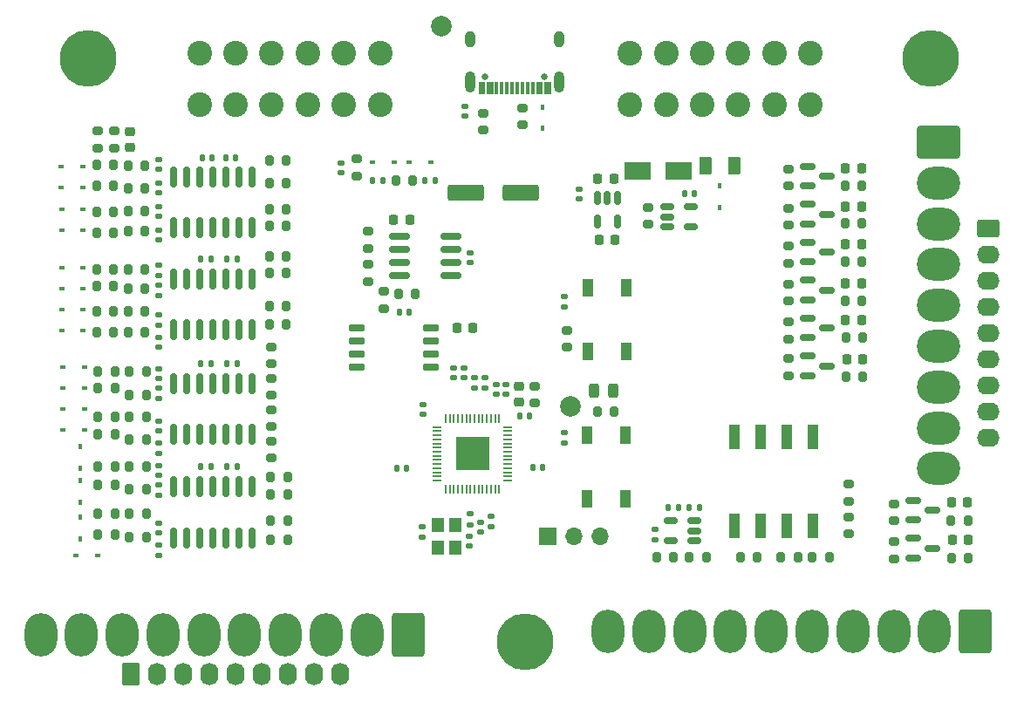
<source format=gts>
%TF.GenerationSoftware,KiCad,Pcbnew,6.0.11+dfsg-1*%
%TF.CreationDate,2024-03-26T21:26:54+01:00*%
%TF.ProjectId,IO_16x8_matrix,494f5f31-3678-4385-9f6d-61747269782e,0.1.0*%
%TF.SameCoordinates,Original*%
%TF.FileFunction,Soldermask,Top*%
%TF.FilePolarity,Negative*%
%FSLAX46Y46*%
G04 Gerber Fmt 4.6, Leading zero omitted, Abs format (unit mm)*
G04 Created by KiCad (PCBNEW 6.0.11+dfsg-1) date 2024-03-26 21:26:54*
%MOMM*%
%LPD*%
G01*
G04 APERTURE LIST*
G04 Aperture macros list*
%AMRoundRect*
0 Rectangle with rounded corners*
0 $1 Rounding radius*
0 $2 $3 $4 $5 $6 $7 $8 $9 X,Y pos of 4 corners*
0 Add a 4 corners polygon primitive as box body*
4,1,4,$2,$3,$4,$5,$6,$7,$8,$9,$2,$3,0*
0 Add four circle primitives for the rounded corners*
1,1,$1+$1,$2,$3*
1,1,$1+$1,$4,$5*
1,1,$1+$1,$6,$7*
1,1,$1+$1,$8,$9*
0 Add four rect primitives between the rounded corners*
20,1,$1+$1,$2,$3,$4,$5,0*
20,1,$1+$1,$4,$5,$6,$7,0*
20,1,$1+$1,$6,$7,$8,$9,0*
20,1,$1+$1,$8,$9,$2,$3,0*%
G04 Aperture macros list end*
%ADD10RoundRect,0.140000X-0.140000X-0.170000X0.140000X-0.170000X0.140000X0.170000X-0.140000X0.170000X0*%
%ADD11C,2.000000*%
%ADD12RoundRect,0.140000X0.170000X-0.140000X0.170000X0.140000X-0.170000X0.140000X-0.170000X-0.140000X0*%
%ADD13RoundRect,0.140000X-0.170000X0.140000X-0.170000X-0.140000X0.170000X-0.140000X0.170000X0.140000X0*%
%ADD14C,2.400000*%
%ADD15RoundRect,0.200000X0.200000X0.275000X-0.200000X0.275000X-0.200000X-0.275000X0.200000X-0.275000X0*%
%ADD16RoundRect,0.200000X-0.275000X0.200000X-0.275000X-0.200000X0.275000X-0.200000X0.275000X0.200000X0*%
%ADD17R,0.600000X0.450000*%
%ADD18RoundRect,0.150000X-0.587500X-0.150000X0.587500X-0.150000X0.587500X0.150000X-0.587500X0.150000X0*%
%ADD19RoundRect,0.150000X-0.512500X-0.150000X0.512500X-0.150000X0.512500X0.150000X-0.512500X0.150000X0*%
%ADD20RoundRect,0.200000X0.275000X-0.200000X0.275000X0.200000X-0.275000X0.200000X-0.275000X-0.200000X0*%
%ADD21RoundRect,0.140000X0.140000X0.170000X-0.140000X0.170000X-0.140000X-0.170000X0.140000X-0.170000X0*%
%ADD22RoundRect,0.250000X-1.500000X-0.550000X1.500000X-0.550000X1.500000X0.550000X-1.500000X0.550000X0*%
%ADD23RoundRect,0.225000X0.225000X0.250000X-0.225000X0.250000X-0.225000X-0.250000X0.225000X-0.250000X0*%
%ADD24RoundRect,0.200000X-0.200000X-0.275000X0.200000X-0.275000X0.200000X0.275000X-0.200000X0.275000X0*%
%ADD25RoundRect,0.150000X-0.150000X0.512500X-0.150000X-0.512500X0.150000X-0.512500X0.150000X0.512500X0*%
%ADD26RoundRect,0.135000X0.185000X-0.135000X0.185000X0.135000X-0.185000X0.135000X-0.185000X-0.135000X0*%
%ADD27RoundRect,0.225000X-0.225000X-0.250000X0.225000X-0.250000X0.225000X0.250000X-0.225000X0.250000X0*%
%ADD28R,2.500000X1.800000*%
%ADD29RoundRect,0.250000X-1.850000X1.330000X-1.850000X-1.330000X1.850000X-1.330000X1.850000X1.330000X0*%
%ADD30O,4.200000X3.160000*%
%ADD31RoundRect,0.225000X0.250000X-0.225000X0.250000X0.225000X-0.250000X0.225000X-0.250000X-0.225000X0*%
%ADD32C,5.500000*%
%ADD33RoundRect,0.135000X0.135000X0.185000X-0.135000X0.185000X-0.135000X-0.185000X0.135000X-0.185000X0*%
%ADD34RoundRect,0.243750X0.243750X0.456250X-0.243750X0.456250X-0.243750X-0.456250X0.243750X-0.456250X0*%
%ADD35C,0.650000*%
%ADD36R,0.300000X1.150000*%
%ADD37O,1.000000X2.100000*%
%ADD38O,1.000000X1.600000*%
%ADD39RoundRect,0.150000X-0.150000X0.825000X-0.150000X-0.825000X0.150000X-0.825000X0.150000X0.825000X0*%
%ADD40RoundRect,0.150000X0.512500X0.150000X-0.512500X0.150000X-0.512500X-0.150000X0.512500X-0.150000X0*%
%ADD41R,0.450000X0.600000*%
%ADD42RoundRect,0.135000X-0.185000X0.135000X-0.185000X-0.135000X0.185000X-0.135000X0.185000X0.135000X0*%
%ADD43R,1.700000X1.700000*%
%ADD44O,1.700000X1.700000*%
%ADD45RoundRect,0.135000X-0.135000X-0.185000X0.135000X-0.185000X0.135000X0.185000X-0.135000X0.185000X0*%
%ADD46R,1.100000X1.800000*%
%ADD47RoundRect,0.050000X-0.387500X-0.050000X0.387500X-0.050000X0.387500X0.050000X-0.387500X0.050000X0*%
%ADD48RoundRect,0.050000X-0.050000X-0.387500X0.050000X-0.387500X0.050000X0.387500X-0.050000X0.387500X0*%
%ADD49R,3.200000X3.200000*%
%ADD50RoundRect,0.250000X-0.375000X-0.625000X0.375000X-0.625000X0.375000X0.625000X-0.375000X0.625000X0*%
%ADD51RoundRect,0.150000X-0.825000X-0.150000X0.825000X-0.150000X0.825000X0.150000X-0.825000X0.150000X0*%
%ADD52RoundRect,0.250000X1.330000X1.850000X-1.330000X1.850000X-1.330000X-1.850000X1.330000X-1.850000X0*%
%ADD53O,3.160000X4.200000*%
%ADD54RoundRect,0.250000X-0.620000X-0.845000X0.620000X-0.845000X0.620000X0.845000X-0.620000X0.845000X0*%
%ADD55O,1.740000X2.190000*%
%ADD56RoundRect,0.250000X-0.845000X0.620000X-0.845000X-0.620000X0.845000X-0.620000X0.845000X0.620000X0*%
%ADD57O,2.190000X1.740000*%
%ADD58R,1.120000X2.440000*%
%ADD59R,1.200000X1.400000*%
%ADD60RoundRect,0.150000X-0.650000X-0.150000X0.650000X-0.150000X0.650000X0.150000X-0.650000X0.150000X0*%
G04 APERTURE END LIST*
D10*
X151376900Y-89510200D03*
X152336900Y-89510200D03*
D11*
X142500000Y-46674000D03*
D12*
X145228900Y-97110200D03*
X145228900Y-96150200D03*
D13*
X155892500Y-62453000D03*
X155892500Y-63413000D03*
D14*
X178292000Y-54280000D03*
X178292000Y-49280000D03*
X174792000Y-49280000D03*
X174792000Y-54280000D03*
X171292000Y-49280000D03*
X171292000Y-54280000D03*
X167792000Y-54280000D03*
X167792000Y-49280000D03*
X164292000Y-54280000D03*
X164292000Y-49280000D03*
X160792000Y-54280000D03*
X160792000Y-49280000D03*
D15*
X113728000Y-72136000D03*
X112078000Y-72136000D03*
D16*
X150332900Y-54561200D03*
X150332900Y-56211200D03*
D17*
X135774900Y-59862200D03*
X137874900Y-59862200D03*
D18*
X178005500Y-60264000D03*
X178005500Y-62164000D03*
X179880500Y-61214000D03*
D19*
X164423900Y-64201000D03*
X164423900Y-65151000D03*
X164423900Y-66101000D03*
X166698900Y-66101000D03*
X166698900Y-64201000D03*
D20*
X154650900Y-77801200D03*
X154650900Y-76151200D03*
D13*
X115062000Y-84991000D03*
X115062000Y-85951000D03*
D21*
X120114000Y-79375000D03*
X119154000Y-79375000D03*
D22*
X144832900Y-62814200D03*
X150232900Y-62814200D03*
D10*
X121694000Y-89408000D03*
X122654000Y-89408000D03*
D12*
X143704900Y-80758200D03*
X143704900Y-79798200D03*
D23*
X159359900Y-67386200D03*
X157809900Y-67386200D03*
D20*
X176149000Y-65976000D03*
X176149000Y-64326000D03*
D15*
X113728000Y-66548000D03*
X112078000Y-66548000D03*
D24*
X109157000Y-96012000D03*
X110807000Y-96012000D03*
D13*
X115062000Y-64163000D03*
X115062000Y-65123000D03*
D25*
X159557300Y-63353100D03*
X158607300Y-63353100D03*
X157657300Y-63353100D03*
X157657300Y-65628100D03*
X159557300Y-65628100D03*
D15*
X127444000Y-68961000D03*
X125794000Y-68961000D03*
D20*
X181991000Y-92773000D03*
X181991000Y-91123000D03*
D10*
X121567000Y-59436000D03*
X122527000Y-59436000D03*
D26*
X145252900Y-95027200D03*
X145252900Y-94007200D03*
D24*
X175451000Y-98171000D03*
X177101000Y-98171000D03*
D27*
X181724000Y-64135000D03*
X183274000Y-64135000D03*
D13*
X115062000Y-87150000D03*
X115062000Y-88110000D03*
X144744900Y-54398200D03*
X144744900Y-55358200D03*
D20*
X176149000Y-80581000D03*
X176149000Y-78931000D03*
D15*
X113855000Y-93980000D03*
X112205000Y-93980000D03*
D16*
X125984000Y-83884000D03*
X125984000Y-85534000D03*
X134284900Y-59545200D03*
X134284900Y-61195200D03*
D21*
X120114000Y-89408000D03*
X119154000Y-89408000D03*
D13*
X145252900Y-68622200D03*
X145252900Y-69582200D03*
D18*
X178005500Y-63947000D03*
X178005500Y-65847000D03*
X179880500Y-64897000D03*
D27*
X181838000Y-78994000D03*
X183388000Y-78994000D03*
D28*
X165534900Y-60655200D03*
X161534900Y-60655200D03*
D29*
X190725000Y-57912000D03*
D30*
X190725000Y-61872000D03*
X190725000Y-65832000D03*
X190725000Y-69792000D03*
X190725000Y-73752000D03*
X190725000Y-77712000D03*
X190725000Y-81672000D03*
X190725000Y-85632000D03*
X190725000Y-89592000D03*
D13*
X115062000Y-61877000D03*
X115062000Y-62837000D03*
D31*
X150054900Y-83156200D03*
X150054900Y-81606200D03*
D17*
X139330900Y-59862200D03*
X141430900Y-59862200D03*
D15*
X183324000Y-69469000D03*
X181674000Y-69469000D03*
D32*
X150622000Y-106426000D03*
D33*
X165483000Y-93345000D03*
X164463000Y-93345000D03*
D17*
X105757000Y-81788000D03*
X107857000Y-81788000D03*
D20*
X176149000Y-69659000D03*
X176149000Y-68009000D03*
D13*
X132760900Y-59890200D03*
X132760900Y-60850200D03*
D34*
X159144400Y-82056200D03*
X157269400Y-82056200D03*
D24*
X109030000Y-66706500D03*
X110680000Y-66706500D03*
D35*
X152502000Y-51565000D03*
X146722000Y-51565000D03*
D36*
X152962000Y-52630000D03*
X152162000Y-52630000D03*
X150862000Y-52630000D03*
X149862000Y-52630000D03*
X149362000Y-52630000D03*
X148362000Y-52630000D03*
X147062000Y-52630000D03*
X146262000Y-52630000D03*
X146562000Y-52630000D03*
X147362000Y-52630000D03*
X147862000Y-52630000D03*
X148862000Y-52630000D03*
X150362000Y-52630000D03*
X151362000Y-52630000D03*
X151862000Y-52630000D03*
X152662000Y-52630000D03*
D37*
X145292000Y-52065000D03*
X153932000Y-52065000D03*
D38*
X145292000Y-47885000D03*
X153932000Y-47885000D03*
D39*
X124079000Y-81345000D03*
X122809000Y-81345000D03*
X121539000Y-81345000D03*
X120269000Y-81345000D03*
X118999000Y-81345000D03*
X117729000Y-81345000D03*
X116459000Y-81345000D03*
X116459000Y-86295000D03*
X117729000Y-86295000D03*
X118999000Y-86295000D03*
X120269000Y-86295000D03*
X121539000Y-86295000D03*
X122809000Y-86295000D03*
X124079000Y-86295000D03*
D13*
X115062000Y-71811000D03*
X115062000Y-72771000D03*
D17*
X105607000Y-60277500D03*
X107707000Y-60277500D03*
D23*
X139417900Y-65455800D03*
X137867900Y-65455800D03*
D24*
X157635900Y-84088200D03*
X159285900Y-84088200D03*
D40*
X166999500Y-96581000D03*
X166999500Y-95631000D03*
X166999500Y-94681000D03*
X164724500Y-94681000D03*
X164724500Y-96581000D03*
D20*
X186436000Y-94678000D03*
X186436000Y-93028000D03*
D15*
X127444000Y-61849000D03*
X125794000Y-61849000D03*
D39*
X124079000Y-61279000D03*
X122809000Y-61279000D03*
X121539000Y-61279000D03*
X120269000Y-61279000D03*
X118999000Y-61279000D03*
X117729000Y-61279000D03*
X116459000Y-61279000D03*
X116459000Y-66229000D03*
X117729000Y-66229000D03*
X118999000Y-66229000D03*
X120269000Y-66229000D03*
X121539000Y-66229000D03*
X122809000Y-66229000D03*
X124079000Y-66229000D03*
D16*
X125984000Y-86932000D03*
X125984000Y-88582000D03*
D15*
X113855000Y-89408000D03*
X112205000Y-89408000D03*
D16*
X125984000Y-77788000D03*
X125984000Y-79438000D03*
D27*
X192011000Y-92837000D03*
X193561000Y-92837000D03*
D21*
X167070900Y-62915800D03*
X166110900Y-62915800D03*
D20*
X176149000Y-62166000D03*
X176149000Y-60516000D03*
D15*
X183324000Y-73279000D03*
X181674000Y-73279000D03*
D13*
X115062000Y-79883000D03*
X115062000Y-80843000D03*
D41*
X107442000Y-96427000D03*
X107442000Y-94327000D03*
D27*
X181724000Y-67818000D03*
X183274000Y-67818000D03*
D24*
X109030000Y-70231000D03*
X110680000Y-70231000D03*
D42*
X154396900Y-72910200D03*
X154396900Y-73930200D03*
D12*
X163195000Y-96492000D03*
X163195000Y-95532000D03*
D18*
X188292500Y-92674400D03*
X188292500Y-94574400D03*
X190167500Y-93624400D03*
D15*
X127571000Y-92075000D03*
X125921000Y-92075000D03*
X113728000Y-74295000D03*
X112078000Y-74295000D03*
D24*
X166561000Y-98171000D03*
X168211000Y-98171000D03*
D15*
X113728000Y-60158500D03*
X112078000Y-60158500D03*
X127571000Y-90424000D03*
X125921000Y-90424000D03*
D24*
X163386000Y-98171000D03*
X165036000Y-98171000D03*
D15*
X127571000Y-94615000D03*
X125921000Y-94615000D03*
D17*
X105630000Y-74120000D03*
X107730000Y-74120000D03*
D15*
X139975900Y-72593200D03*
X138325900Y-72593200D03*
D43*
X152816100Y-96189800D03*
D44*
X155356100Y-96189800D03*
X157896100Y-96189800D03*
D15*
X113728000Y-70231000D03*
X112078000Y-70231000D03*
D33*
X136826900Y-61640200D03*
X135806900Y-61640200D03*
D15*
X113855000Y-91567000D03*
X112205000Y-91567000D03*
D24*
X109030000Y-76327000D03*
X110680000Y-76327000D03*
D27*
X192061800Y-96520000D03*
X193611800Y-96520000D03*
D15*
X139727900Y-61640200D03*
X138077900Y-61640200D03*
D16*
X135340900Y-66561200D03*
X135340900Y-68211200D03*
D15*
X113855000Y-84582000D03*
X112205000Y-84582000D03*
D27*
X181724000Y-60452000D03*
X183274000Y-60452000D03*
D13*
X115062000Y-59591000D03*
X115062000Y-60551000D03*
D15*
X127444000Y-73787000D03*
X125794000Y-73787000D03*
D45*
X166495000Y-93345000D03*
X167515000Y-93345000D03*
D46*
X160310900Y-86322200D03*
X160310900Y-92522200D03*
X156610900Y-86322200D03*
X156610900Y-92522200D03*
D27*
X181724000Y-71628000D03*
X183274000Y-71628000D03*
D15*
X113728000Y-76327000D03*
X112078000Y-76327000D03*
D47*
X142069400Y-85552200D03*
X142069400Y-85952200D03*
X142069400Y-86352200D03*
X142069400Y-86752200D03*
X142069400Y-87152200D03*
X142069400Y-87552200D03*
X142069400Y-87952200D03*
X142069400Y-88352200D03*
X142069400Y-88752200D03*
X142069400Y-89152200D03*
X142069400Y-89552200D03*
X142069400Y-89952200D03*
X142069400Y-90352200D03*
X142069400Y-90752200D03*
D48*
X142906900Y-91589700D03*
X143306900Y-91589700D03*
X143706900Y-91589700D03*
X144106900Y-91589700D03*
X144506900Y-91589700D03*
X144906900Y-91589700D03*
X145306900Y-91589700D03*
X145706900Y-91589700D03*
X146106900Y-91589700D03*
X146506900Y-91589700D03*
X146906900Y-91589700D03*
X147306900Y-91589700D03*
X147706900Y-91589700D03*
X148106900Y-91589700D03*
D47*
X148944400Y-90752200D03*
X148944400Y-90352200D03*
X148944400Y-89952200D03*
X148944400Y-89552200D03*
X148944400Y-89152200D03*
X148944400Y-88752200D03*
X148944400Y-88352200D03*
X148944400Y-87952200D03*
X148944400Y-87552200D03*
X148944400Y-87152200D03*
X148944400Y-86752200D03*
X148944400Y-86352200D03*
X148944400Y-85952200D03*
X148944400Y-85552200D03*
D48*
X148106900Y-84714700D03*
X147706900Y-84714700D03*
X147306900Y-84714700D03*
X146906900Y-84714700D03*
X146506900Y-84714700D03*
X146106900Y-84714700D03*
X145706900Y-84714700D03*
X145306900Y-84714700D03*
X144906900Y-84714700D03*
X144506900Y-84714700D03*
X144106900Y-84714700D03*
X143706900Y-84714700D03*
X143306900Y-84714700D03*
X142906900Y-84714700D03*
D49*
X145506900Y-88152200D03*
D13*
X115062000Y-89309000D03*
X115062000Y-90269000D03*
D15*
X193611000Y-94615000D03*
X191961000Y-94615000D03*
D50*
X168103900Y-60147200D03*
X170903900Y-60147200D03*
D20*
X136864900Y-74053200D03*
X136864900Y-72403200D03*
D15*
X113855000Y-86741000D03*
X112205000Y-86741000D03*
D24*
X109030000Y-74295000D03*
X110680000Y-74295000D03*
D32*
X108204000Y-49784000D03*
D23*
X159219900Y-61417200D03*
X157669900Y-61417200D03*
D16*
X162518900Y-64224400D03*
X162518900Y-65874400D03*
D42*
X146752900Y-80753200D03*
X146752900Y-81773200D03*
D20*
X176149000Y-73342000D03*
X176149000Y-71692000D03*
D15*
X127444000Y-59690000D03*
X125794000Y-59690000D03*
D18*
X178005500Y-78679000D03*
X178005500Y-80579000D03*
X179880500Y-79629000D03*
D51*
X138453900Y-67056000D03*
X138453900Y-68326000D03*
X138453900Y-69596000D03*
X138453900Y-70866000D03*
X143403900Y-70866000D03*
X143403900Y-69596000D03*
X143403900Y-68326000D03*
X143403900Y-67056000D03*
D15*
X127444000Y-75565000D03*
X125794000Y-75565000D03*
D39*
X124079000Y-91378000D03*
X122809000Y-91378000D03*
X121539000Y-91378000D03*
X120269000Y-91378000D03*
X118999000Y-91378000D03*
X117729000Y-91378000D03*
X116459000Y-91378000D03*
X116459000Y-96328000D03*
X117729000Y-96328000D03*
X118999000Y-96328000D03*
X120269000Y-96328000D03*
X121539000Y-96328000D03*
X122809000Y-96328000D03*
X124079000Y-96328000D03*
D15*
X173164000Y-98171000D03*
X171514000Y-98171000D03*
D17*
X105757000Y-79756000D03*
X107857000Y-79756000D03*
D24*
X109030000Y-64674500D03*
X110680000Y-64674500D03*
X109157000Y-84582000D03*
X110807000Y-84582000D03*
D13*
X115062000Y-69878000D03*
X115062000Y-70838000D03*
D17*
X105630000Y-64389000D03*
X107730000Y-64389000D03*
D15*
X113855000Y-80137000D03*
X112205000Y-80137000D03*
X183387000Y-76835000D03*
X181737000Y-76835000D03*
D13*
X147284900Y-94256200D03*
X147284900Y-95216200D03*
X115062000Y-66449000D03*
X115062000Y-67409000D03*
D24*
X109157000Y-86233000D03*
X110807000Y-86233000D03*
X109157000Y-80137000D03*
X110807000Y-80137000D03*
D18*
X178005500Y-71313000D03*
X178005500Y-73213000D03*
X179880500Y-72263000D03*
D15*
X183387000Y-80645000D03*
X181737000Y-80645000D03*
D24*
X109157000Y-93980000D03*
X110807000Y-93980000D03*
D17*
X105630000Y-70056000D03*
X107730000Y-70056000D03*
D27*
X143969900Y-75960200D03*
X145519900Y-75960200D03*
D24*
X109157000Y-81788000D03*
X110807000Y-81788000D03*
D15*
X193661800Y-98298000D03*
X192011800Y-98298000D03*
D14*
X136518000Y-54280000D03*
X136518000Y-49280000D03*
X133018000Y-54280000D03*
X133018000Y-49280000D03*
X129518000Y-54280000D03*
X129518000Y-49280000D03*
X126018000Y-54280000D03*
X126018000Y-49280000D03*
X122518000Y-49280000D03*
X122518000Y-54280000D03*
X119018000Y-49280000D03*
X119018000Y-54280000D03*
D17*
X107027000Y-98044000D03*
X109127000Y-98044000D03*
D13*
X115062000Y-91214000D03*
X115062000Y-92174000D03*
D20*
X125984000Y-82486000D03*
X125984000Y-80836000D03*
D46*
X160438900Y-72002200D03*
X160438900Y-78202200D03*
X156738900Y-78202200D03*
X156738900Y-72002200D03*
D52*
X194310000Y-105410000D03*
D53*
X190350000Y-105410000D03*
X186390000Y-105410000D03*
X182430000Y-105410000D03*
X178470000Y-105410000D03*
X174510000Y-105410000D03*
X170550000Y-105410000D03*
X166590000Y-105410000D03*
X162630000Y-105410000D03*
X158670000Y-105410000D03*
D39*
X124079000Y-71185000D03*
X122809000Y-71185000D03*
X121539000Y-71185000D03*
X120269000Y-71185000D03*
X118999000Y-71185000D03*
X117729000Y-71185000D03*
X116459000Y-71185000D03*
X116459000Y-76135000D03*
X117729000Y-76135000D03*
X118999000Y-76135000D03*
X120269000Y-76135000D03*
X121539000Y-76135000D03*
X122809000Y-76135000D03*
X124079000Y-76135000D03*
D21*
X139382900Y-74436200D03*
X138422900Y-74436200D03*
D18*
X178005500Y-74996000D03*
X178005500Y-76896000D03*
X179880500Y-75946000D03*
D24*
X178499000Y-98171000D03*
X180149000Y-98171000D03*
D16*
X109093000Y-56833000D03*
X109093000Y-58483000D03*
D18*
X178005500Y-67630000D03*
X178005500Y-69530000D03*
X179880500Y-68580000D03*
D17*
X105630000Y-66421000D03*
X107730000Y-66421000D03*
D20*
X186436000Y-98361000D03*
X186436000Y-96711000D03*
D13*
X115062000Y-81816000D03*
X115062000Y-82776000D03*
D15*
X127444000Y-70612000D03*
X125794000Y-70612000D03*
D42*
X145736900Y-80753200D03*
X145736900Y-81773200D03*
D41*
X152290900Y-56586200D03*
X152290900Y-54486200D03*
D21*
X120114000Y-69215000D03*
X119154000Y-69215000D03*
D17*
X105757000Y-85852000D03*
X107857000Y-85852000D03*
D15*
X113855000Y-82423000D03*
X112205000Y-82423000D03*
D54*
X112336800Y-109535000D03*
D55*
X114876800Y-109535000D03*
X117416800Y-109535000D03*
X119956800Y-109535000D03*
X122496800Y-109535000D03*
X125036800Y-109535000D03*
X127576800Y-109535000D03*
X130116800Y-109535000D03*
X132656800Y-109535000D03*
D12*
X147782900Y-82378200D03*
X147782900Y-81418200D03*
D32*
X189992000Y-49784000D03*
D12*
X144720900Y-80758200D03*
X144720900Y-79798200D03*
D13*
X115062000Y-94897000D03*
X115062000Y-95857000D03*
D18*
X188292500Y-96362200D03*
X188292500Y-98262200D03*
X190167500Y-97312200D03*
D16*
X151578900Y-81581200D03*
X151578900Y-83231200D03*
D10*
X150082900Y-84446200D03*
X151042900Y-84446200D03*
D15*
X127444000Y-64389000D03*
X125794000Y-64389000D03*
X183324000Y-65786000D03*
X181674000Y-65786000D03*
D31*
X112268000Y-58433000D03*
X112268000Y-56883000D03*
D56*
X195560000Y-66294000D03*
D57*
X195560000Y-68834000D03*
X195560000Y-71374000D03*
X195560000Y-73914000D03*
X195560000Y-76454000D03*
X195560000Y-78994000D03*
X195560000Y-81534000D03*
X195560000Y-84074000D03*
X195560000Y-86614000D03*
D15*
X113728000Y-64579000D03*
X112078000Y-64579000D03*
D17*
X105607000Y-62309500D03*
X107707000Y-62309500D03*
D24*
X109030000Y-62134500D03*
X110680000Y-62134500D03*
D16*
X135340900Y-69761600D03*
X135340900Y-71411600D03*
D15*
X113855000Y-96266000D03*
X112205000Y-96266000D03*
X127571000Y-96520000D03*
X125921000Y-96520000D03*
D24*
X109030000Y-71882000D03*
X110680000Y-71882000D03*
D52*
X139232000Y-105693000D03*
D53*
X135272000Y-105693000D03*
X131312000Y-105693000D03*
X127352000Y-105693000D03*
X123392000Y-105693000D03*
X119432000Y-105693000D03*
X115472000Y-105693000D03*
X111512000Y-105693000D03*
X107552000Y-105693000D03*
X103592000Y-105693000D03*
D26*
X154390900Y-87138200D03*
X154390900Y-86118200D03*
D24*
X109157000Y-89408000D03*
X110807000Y-89408000D03*
D21*
X120241000Y-59436000D03*
X119281000Y-59436000D03*
D13*
X146268900Y-94784200D03*
X146268900Y-95744200D03*
D58*
X170942000Y-95110000D03*
X173482000Y-95110000D03*
X176022000Y-95110000D03*
X178562000Y-95110000D03*
X178562000Y-86500000D03*
X176022000Y-86500000D03*
X173482000Y-86500000D03*
X170942000Y-86500000D03*
D15*
X113728000Y-62388500D03*
X112078000Y-62388500D03*
D10*
X121694000Y-69215000D03*
X122654000Y-69215000D03*
D20*
X110744000Y-58483000D03*
X110744000Y-56833000D03*
D41*
X169503900Y-62145200D03*
X169503900Y-64245200D03*
D12*
X140656900Y-96224200D03*
X140656900Y-95264200D03*
D20*
X176149000Y-77025000D03*
X176149000Y-75375000D03*
D33*
X141906900Y-61640200D03*
X140886900Y-61640200D03*
D16*
X146522900Y-55069200D03*
X146522900Y-56719200D03*
D15*
X183324000Y-62103000D03*
X181674000Y-62103000D03*
D10*
X121694000Y-79375000D03*
X122654000Y-79375000D03*
D17*
X105630000Y-76152000D03*
X107730000Y-76152000D03*
D11*
X155031900Y-83580200D03*
D13*
X115062000Y-74704000D03*
X115062000Y-75664000D03*
D59*
X143856900Y-97253200D03*
X143856900Y-95053200D03*
X142156900Y-95053200D03*
X142156900Y-97253200D03*
D17*
X105757000Y-83820000D03*
X107857000Y-83820000D03*
D12*
X148784900Y-82378200D03*
X148784900Y-81418200D03*
D21*
X139136900Y-89549200D03*
X138176900Y-89549200D03*
D13*
X115062000Y-97056000D03*
X115062000Y-98016000D03*
D24*
X109157000Y-91186000D03*
X110807000Y-91186000D03*
D60*
X134262900Y-75929200D03*
X134262900Y-77199200D03*
X134262900Y-78469200D03*
X134262900Y-79739200D03*
X141462900Y-79739200D03*
X141462900Y-78469200D03*
X141462900Y-77199200D03*
X141462900Y-75929200D03*
D12*
X140680900Y-84314200D03*
X140680900Y-83354200D03*
D15*
X127444000Y-66040000D03*
X125794000Y-66040000D03*
D17*
X105630000Y-72088000D03*
X107730000Y-72088000D03*
D27*
X181724000Y-75184000D03*
X183274000Y-75184000D03*
D24*
X109030000Y-60102500D03*
X110680000Y-60102500D03*
D20*
X181991000Y-95948000D03*
X181991000Y-94298000D03*
D13*
X115062000Y-76863000D03*
X115062000Y-77823000D03*
D41*
X107442000Y-89569000D03*
X107442000Y-87469000D03*
X107442000Y-92871000D03*
X107442000Y-90771000D03*
M02*

</source>
